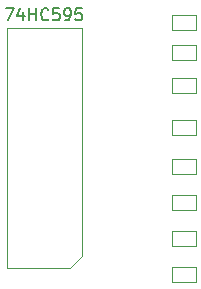
<source format=gbr>
G04 #@! TF.GenerationSoftware,KiCad,Pcbnew,(2017-01-24 revision 0b6147e)-makepkg*
G04 #@! TF.CreationDate,2017-01-27T23:50:26+05:30*
G04 #@! TF.ProjectId,7segment,377365676D656E742E6B696361645F70,0.01*
G04 #@! TF.FileFunction,Other,Fab,Top*
%FSLAX46Y46*%
G04 Gerber Fmt 4.6, Leading zero omitted, Abs format (unit mm)*
G04 Created by KiCad (PCBNEW (2017-01-24 revision 0b6147e)-makepkg) date 01/27/17 23:50:26*
%MOMM*%
%LPD*%
G01*
G04 APERTURE LIST*
%ADD10C,0.100000*%
%ADD11C,0.150000*%
G04 APERTURE END LIST*
D10*
X128270000Y-100600000D02*
X127270000Y-101600000D01*
X128270000Y-81280000D02*
X128270000Y-100600000D01*
X121920000Y-81280000D02*
X128270000Y-81280000D01*
X121920000Y-101600000D02*
X121920000Y-81280000D01*
X127270000Y-101600000D02*
X121920000Y-101600000D01*
X135906000Y-80147000D02*
X137906000Y-80147000D01*
X137906000Y-80147000D02*
X137906000Y-81397000D01*
X137906000Y-81397000D02*
X135906000Y-81397000D01*
X135906000Y-81397000D02*
X135906000Y-80147000D01*
X135906000Y-83937000D02*
X135906000Y-82687000D01*
X137906000Y-83937000D02*
X135906000Y-83937000D01*
X137906000Y-82687000D02*
X137906000Y-83937000D01*
X135906000Y-82687000D02*
X137906000Y-82687000D01*
X135906000Y-85481000D02*
X137906000Y-85481000D01*
X137906000Y-85481000D02*
X137906000Y-86731000D01*
X137906000Y-86731000D02*
X135906000Y-86731000D01*
X135906000Y-86731000D02*
X135906000Y-85481000D01*
X135906000Y-90287000D02*
X135906000Y-89037000D01*
X137906000Y-90287000D02*
X135906000Y-90287000D01*
X137906000Y-89037000D02*
X137906000Y-90287000D01*
X135906000Y-89037000D02*
X137906000Y-89037000D01*
X135906000Y-92339000D02*
X137906000Y-92339000D01*
X137906000Y-92339000D02*
X137906000Y-93589000D01*
X137906000Y-93589000D02*
X135906000Y-93589000D01*
X135906000Y-93589000D02*
X135906000Y-92339000D01*
X135906000Y-96637000D02*
X135906000Y-95387000D01*
X137906000Y-96637000D02*
X135906000Y-96637000D01*
X137906000Y-95387000D02*
X137906000Y-96637000D01*
X135906000Y-95387000D02*
X137906000Y-95387000D01*
X135906000Y-98435000D02*
X137906000Y-98435000D01*
X137906000Y-98435000D02*
X137906000Y-99685000D01*
X137906000Y-99685000D02*
X135906000Y-99685000D01*
X135906000Y-99685000D02*
X135906000Y-98435000D01*
X135906000Y-102733000D02*
X135906000Y-101483000D01*
X137906000Y-102733000D02*
X135906000Y-102733000D01*
X137906000Y-101483000D02*
X137906000Y-102733000D01*
X135906000Y-101483000D02*
X137906000Y-101483000D01*
D11*
X121833095Y-79612380D02*
X122499761Y-79612380D01*
X122071190Y-80612380D01*
X123309285Y-79945714D02*
X123309285Y-80612380D01*
X123071190Y-79564761D02*
X122833095Y-80279047D01*
X123452142Y-80279047D01*
X123833095Y-80612380D02*
X123833095Y-79612380D01*
X123833095Y-80088571D02*
X124404523Y-80088571D01*
X124404523Y-80612380D02*
X124404523Y-79612380D01*
X125452142Y-80517142D02*
X125404523Y-80564761D01*
X125261666Y-80612380D01*
X125166428Y-80612380D01*
X125023571Y-80564761D01*
X124928333Y-80469523D01*
X124880714Y-80374285D01*
X124833095Y-80183809D01*
X124833095Y-80040952D01*
X124880714Y-79850476D01*
X124928333Y-79755238D01*
X125023571Y-79660000D01*
X125166428Y-79612380D01*
X125261666Y-79612380D01*
X125404523Y-79660000D01*
X125452142Y-79707619D01*
X126356904Y-79612380D02*
X125880714Y-79612380D01*
X125833095Y-80088571D01*
X125880714Y-80040952D01*
X125975952Y-79993333D01*
X126214047Y-79993333D01*
X126309285Y-80040952D01*
X126356904Y-80088571D01*
X126404523Y-80183809D01*
X126404523Y-80421904D01*
X126356904Y-80517142D01*
X126309285Y-80564761D01*
X126214047Y-80612380D01*
X125975952Y-80612380D01*
X125880714Y-80564761D01*
X125833095Y-80517142D01*
X126880714Y-80612380D02*
X127071190Y-80612380D01*
X127166428Y-80564761D01*
X127214047Y-80517142D01*
X127309285Y-80374285D01*
X127356904Y-80183809D01*
X127356904Y-79802857D01*
X127309285Y-79707619D01*
X127261666Y-79660000D01*
X127166428Y-79612380D01*
X126975952Y-79612380D01*
X126880714Y-79660000D01*
X126833095Y-79707619D01*
X126785476Y-79802857D01*
X126785476Y-80040952D01*
X126833095Y-80136190D01*
X126880714Y-80183809D01*
X126975952Y-80231428D01*
X127166428Y-80231428D01*
X127261666Y-80183809D01*
X127309285Y-80136190D01*
X127356904Y-80040952D01*
X128261666Y-79612380D02*
X127785476Y-79612380D01*
X127737857Y-80088571D01*
X127785476Y-80040952D01*
X127880714Y-79993333D01*
X128118809Y-79993333D01*
X128214047Y-80040952D01*
X128261666Y-80088571D01*
X128309285Y-80183809D01*
X128309285Y-80421904D01*
X128261666Y-80517142D01*
X128214047Y-80564761D01*
X128118809Y-80612380D01*
X127880714Y-80612380D01*
X127785476Y-80564761D01*
X127737857Y-80517142D01*
M02*

</source>
